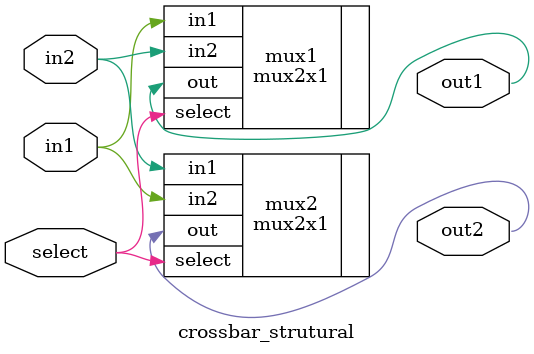
<source format=v>
module crossbar_strutural(
        input in1,in2, select,
        output out1, out2
);

mux2x1 mux1(
        .in1(in1), 
        .in2(in2), 
        .select(select),
        .out(out1)
);


mux2x1 mux2(
        .in1(in2), 
        .in2(in1),
        .select(select),
        .out(out2)
);
endmodule
</source>
